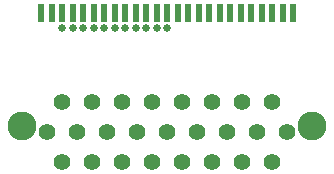
<source format=gbr>
%TF.GenerationSoftware,KiCad,Pcbnew,(5.1.10)-1*%
%TF.CreationDate,2021-10-07T14:53:58-07:00*%
%TF.ProjectId,RC_Filter_Dsub,52435f46-696c-4746-9572-5f447375622e,1*%
%TF.SameCoordinates,Original*%
%TF.FileFunction,Soldermask,Top*%
%TF.FilePolarity,Negative*%
%FSLAX46Y46*%
G04 Gerber Fmt 4.6, Leading zero omitted, Abs format (unit mm)*
G04 Created by KiCad (PCBNEW (5.1.10)-1) date 2021-10-07 14:53:58*
%MOMM*%
%LPD*%
G01*
G04 APERTURE LIST*
%ADD10C,2.438400*%
%ADD11C,1.397000*%
%ADD12R,0.508000X1.524000*%
%ADD13C,0.635000*%
G04 APERTURE END LIST*
D10*
%TO.C,J1*%
X132524500Y-119126000D03*
X157035500Y-119126000D03*
D11*
X153670000Y-117094000D03*
X151130000Y-117094000D03*
X148590000Y-117094000D03*
X146050000Y-117094000D03*
X143510000Y-117094000D03*
X140970000Y-117094000D03*
X138430000Y-117094000D03*
X135890000Y-117094000D03*
X154940000Y-119634000D03*
X152400000Y-119634000D03*
X149860000Y-119634000D03*
X147320000Y-119634000D03*
X144780000Y-119634000D03*
X142240000Y-119634000D03*
X139700000Y-119634000D03*
X137160000Y-119634000D03*
X134620000Y-119634000D03*
X153670000Y-122174000D03*
X151130000Y-122174000D03*
X148590000Y-122174000D03*
X146050000Y-122174000D03*
X143510000Y-122174000D03*
X140970000Y-122174000D03*
X138430000Y-122174000D03*
X135890000Y-122174000D03*
%TD*%
D12*
%TO.C,1*%
X134112000Y-109601000D03*
%TD*%
%TO.C,U2*%
X135001000Y-109601000D03*
%TD*%
%TO.C,U3*%
X135890000Y-109601000D03*
%TD*%
%TO.C,U4*%
X136779000Y-109601000D03*
%TD*%
%TO.C,5*%
X137668000Y-109601000D03*
%TD*%
%TO.C,U6*%
X138557000Y-109601000D03*
%TD*%
%TO.C,U7*%
X139446000Y-109601000D03*
%TD*%
%TO.C,U8*%
X140335000Y-109601000D03*
%TD*%
%TO.C,U9*%
X141224000Y-109601000D03*
%TD*%
%TO.C,10*%
X142113000Y-109601000D03*
%TD*%
%TO.C,U11*%
X143002000Y-109601000D03*
%TD*%
%TO.C,U12*%
X143891000Y-109601000D03*
%TD*%
%TO.C,U13*%
X144780000Y-109601000D03*
%TD*%
%TO.C,U14*%
X145669000Y-109601000D03*
%TD*%
%TO.C,15*%
X146558000Y-109601000D03*
%TD*%
%TO.C,U16*%
X147447000Y-109601000D03*
%TD*%
%TO.C,U17*%
X148336000Y-109601000D03*
%TD*%
%TO.C,U18*%
X149225000Y-109601000D03*
%TD*%
%TO.C,U19*%
X150114000Y-109601000D03*
%TD*%
%TO.C,20*%
X151003000Y-109601000D03*
%TD*%
%TO.C,U21*%
X151892000Y-109601000D03*
%TD*%
%TO.C,U22*%
X152781000Y-109601000D03*
%TD*%
%TO.C,U23*%
X153670000Y-109601000D03*
%TD*%
%TO.C,U24*%
X154559000Y-109601000D03*
%TD*%
%TO.C,25*%
X155448000Y-109601000D03*
%TD*%
D13*
X135890000Y-110871000D03*
X136779000Y-110871000D03*
X138568231Y-110859769D03*
X140346231Y-110859769D03*
X142124231Y-110859769D03*
X143002000Y-110871000D03*
X143902231Y-110859769D03*
X137668000Y-110871000D03*
X139446000Y-110871000D03*
X141224000Y-110871000D03*
X144780000Y-110871000D03*
M02*

</source>
